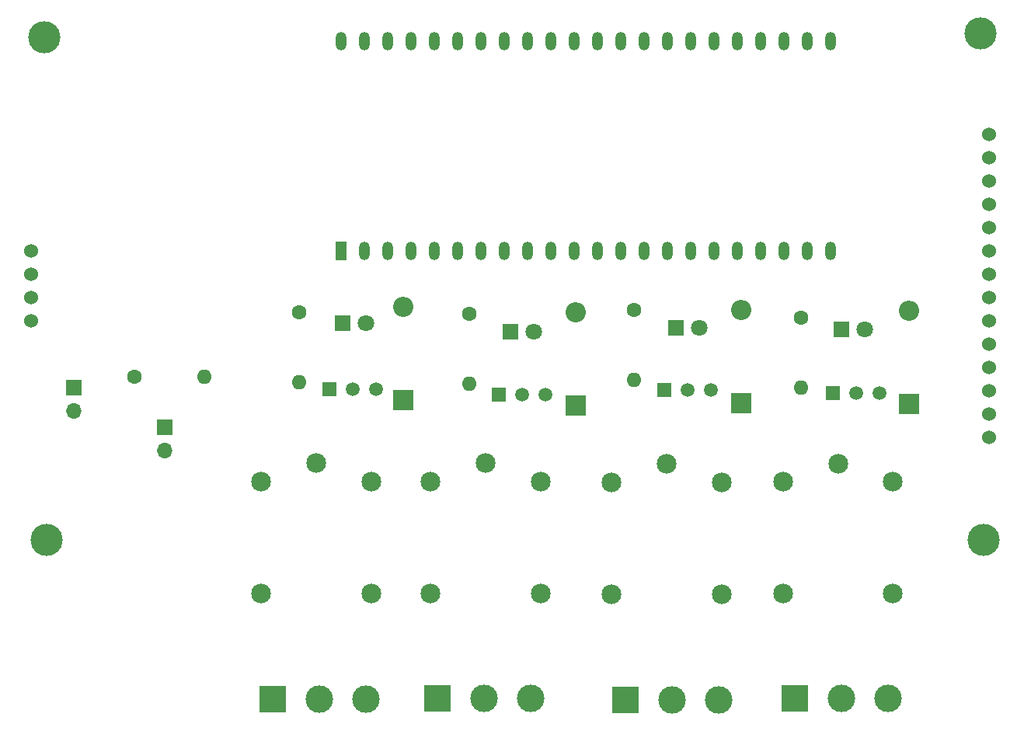
<source format=gbr>
%TF.GenerationSoftware,KiCad,Pcbnew,8.0.5*%
%TF.CreationDate,2025-05-05T01:40:06+02:00*%
%TF.ProjectId,nodo_central,6e6f646f-5f63-4656-9e74-72616c2e6b69,rev?*%
%TF.SameCoordinates,Original*%
%TF.FileFunction,Soldermask,Bot*%
%TF.FilePolarity,Negative*%
%FSLAX46Y46*%
G04 Gerber Fmt 4.6, Leading zero omitted, Abs format (unit mm)*
G04 Created by KiCad (PCBNEW 8.0.5) date 2025-05-05 01:40:06*
%MOMM*%
%LPD*%
G01*
G04 APERTURE LIST*
%ADD10C,1.600000*%
%ADD11O,1.600000X1.600000*%
%ADD12R,1.700000X1.700000*%
%ADD13O,1.700000X1.700000*%
%ADD14R,1.800000X1.800000*%
%ADD15C,1.800000*%
%ADD16R,1.500000X1.500000*%
%ADD17C,1.500000*%
%ADD18R,3.000000X3.000000*%
%ADD19C,3.000000*%
%ADD20C,2.154000*%
%ADD21C,3.500000*%
%ADD22R,2.200000X2.200000*%
%ADD23O,2.200000X2.200000*%
%ADD24R,1.200000X2.000000*%
%ADD25O,1.200000X2.000000*%
%ADD26C,1.524000*%
G04 APERTURE END LIST*
D10*
%TO.C,R5*%
X181350000Y-69090000D03*
D11*
X181350000Y-76710000D03*
%TD*%
D12*
%TO.C,J5*%
X102100000Y-76725000D03*
D13*
X102100000Y-79265000D03*
%TD*%
D14*
%TO.C,D5*%
X131350000Y-69700000D03*
D15*
X133890000Y-69700000D03*
%TD*%
D16*
%TO.C,Q4*%
X184810000Y-77360000D03*
D17*
X187350000Y-77360000D03*
X189890000Y-77360000D03*
%TD*%
D10*
%TO.C,R2*%
X126600000Y-68490000D03*
D11*
X126600000Y-76110000D03*
%TD*%
D18*
%TO.C,J2*%
X141720000Y-110550000D03*
D19*
X146800000Y-110550000D03*
X151880000Y-110550000D03*
%TD*%
D20*
%TO.C,K2*%
X146950000Y-84950000D03*
X152950000Y-86950000D03*
X152950000Y-99150000D03*
X140950000Y-99150000D03*
X140950000Y-86950000D03*
%TD*%
D16*
%TO.C,Q2*%
X148410000Y-77460000D03*
D17*
X150950000Y-77460000D03*
X153490000Y-77460000D03*
%TD*%
D18*
%TO.C,J4*%
X180670000Y-110550000D03*
D19*
X185750000Y-110550000D03*
X190830000Y-110550000D03*
%TD*%
D21*
%TO.C,REF\u002A\u002A*%
X99070000Y-93300000D03*
%TD*%
D18*
%TO.C,J3*%
X162220000Y-110750000D03*
D19*
X167300000Y-110750000D03*
X172380000Y-110750000D03*
%TD*%
D21*
%TO.C,REF\u002A\u002A*%
X98840000Y-38500000D03*
%TD*%
D22*
%TO.C,D3*%
X174800000Y-78410000D03*
D23*
X174800000Y-68250000D03*
%TD*%
D20*
%TO.C,K1*%
X128500000Y-84937500D03*
X134500000Y-86937500D03*
X134500000Y-99137500D03*
X122500000Y-99137500D03*
X122500000Y-86937500D03*
%TD*%
D16*
%TO.C,Q1*%
X129960000Y-76910000D03*
D17*
X132500000Y-76910000D03*
X135040000Y-76910000D03*
%TD*%
D22*
%TO.C,D2*%
X156800000Y-78680000D03*
D23*
X156800000Y-68520000D03*
%TD*%
D18*
%TO.C,J1*%
X123720000Y-110650000D03*
D19*
X128800000Y-110650000D03*
X133880000Y-110650000D03*
%TD*%
D10*
%TO.C,R4*%
X163150000Y-68290000D03*
D11*
X163150000Y-75910000D03*
%TD*%
D22*
%TO.C,D1*%
X138000000Y-78060000D03*
D23*
X138000000Y-67900000D03*
%TD*%
D14*
%TO.C,D6*%
X149660000Y-70600000D03*
D15*
X152200000Y-70600000D03*
%TD*%
D10*
%TO.C,R3*%
X145150000Y-68700000D03*
D11*
X145150000Y-76320000D03*
%TD*%
D22*
%TO.C,D4*%
X193100000Y-78530000D03*
D23*
X193100000Y-68370000D03*
%TD*%
D20*
%TO.C,K3*%
X166700000Y-85050000D03*
X172700000Y-87050000D03*
X172700000Y-99250000D03*
X160700000Y-99250000D03*
X160700000Y-87050000D03*
%TD*%
D21*
%TO.C,REF\u002A\u002A*%
X200900000Y-38100000D03*
%TD*%
D12*
%TO.C,J6*%
X112000000Y-81050000D03*
D13*
X112000000Y-83590000D03*
%TD*%
D14*
%TO.C,D8*%
X185710000Y-70350000D03*
D15*
X188250000Y-70350000D03*
%TD*%
D20*
%TO.C,K4*%
X185350000Y-84987500D03*
X191350000Y-86987500D03*
X191350000Y-99187500D03*
X179350000Y-99187500D03*
X179350000Y-86987500D03*
%TD*%
D14*
%TO.C,D7*%
X167725000Y-70200000D03*
D15*
X170265000Y-70200000D03*
%TD*%
D21*
%TO.C,REF\u002A\u002A*%
X201200000Y-93300000D03*
%TD*%
D10*
%TO.C,R1*%
X108640000Y-75500000D03*
D11*
X116260000Y-75500000D03*
%TD*%
D24*
%TO.C,U2*%
X131160000Y-61860000D03*
D25*
X133700000Y-61860000D03*
X136240000Y-61860000D03*
X138780000Y-61860000D03*
X141320000Y-61860000D03*
X143860000Y-61860000D03*
X146400000Y-61860000D03*
X148940000Y-61860000D03*
X151480000Y-61860000D03*
X154020000Y-61860000D03*
X156560000Y-61860000D03*
X159100000Y-61860000D03*
X161640000Y-61860000D03*
X164180000Y-61860000D03*
X166720000Y-61860000D03*
X169260000Y-61860000D03*
X171800000Y-61860000D03*
X174340000Y-61860000D03*
X176880000Y-61860000D03*
X179417280Y-61863680D03*
X181957280Y-61863680D03*
X184497280Y-61863680D03*
X184500000Y-39000000D03*
X181960000Y-39000000D03*
X179420000Y-39000000D03*
X176880000Y-39000000D03*
X174340000Y-39000000D03*
X171800000Y-39000000D03*
X169260000Y-39000000D03*
X166720000Y-39000000D03*
X164180000Y-39000000D03*
X161640000Y-39000000D03*
X159100000Y-39000000D03*
X156560000Y-39000000D03*
X154020000Y-39000000D03*
X151480000Y-39000000D03*
X148940000Y-39000000D03*
X146400000Y-39000000D03*
X143860000Y-39000000D03*
X141320000Y-39000000D03*
X138780000Y-39000000D03*
X136240000Y-39000000D03*
X133700000Y-39000000D03*
X131160000Y-39000000D03*
%TD*%
D16*
%TO.C,Q3*%
X166460000Y-77010000D03*
D17*
X169000000Y-77010000D03*
X171540000Y-77010000D03*
%TD*%
D26*
%TO.C,U1*%
X201844000Y-49150000D03*
X201844000Y-51690000D03*
X201844000Y-54230000D03*
X201844000Y-56770000D03*
X201844000Y-59310000D03*
X201844000Y-61850000D03*
X201844000Y-64390000D03*
X201844000Y-66930000D03*
X201844000Y-69470000D03*
X201844000Y-72010000D03*
X201844000Y-74550000D03*
X201844000Y-77090000D03*
X201844000Y-79629000D03*
X201844000Y-82170000D03*
X97450000Y-61850000D03*
X97450000Y-64390000D03*
X97450000Y-66930000D03*
X97450000Y-69470000D03*
%TD*%
M02*

</source>
